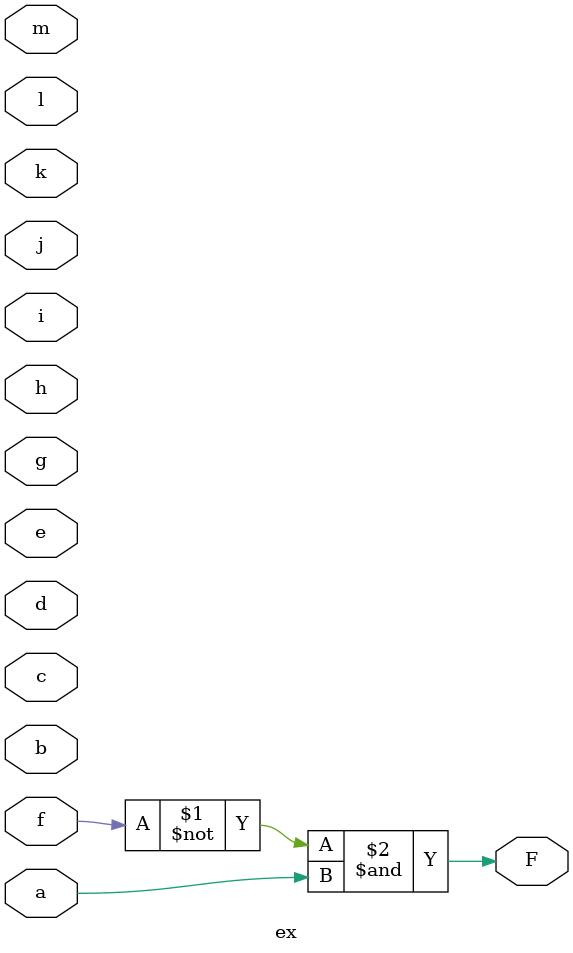
<source format=v>

module ex ( 
    a, b, c, d, e, f, g, h, i, j, k, l, m,
    F  );
  input  a, b, c, d, e, f, g, h, i, j, k, l, m;
  output F;
  assign F = ~f & a;
endmodule



</source>
